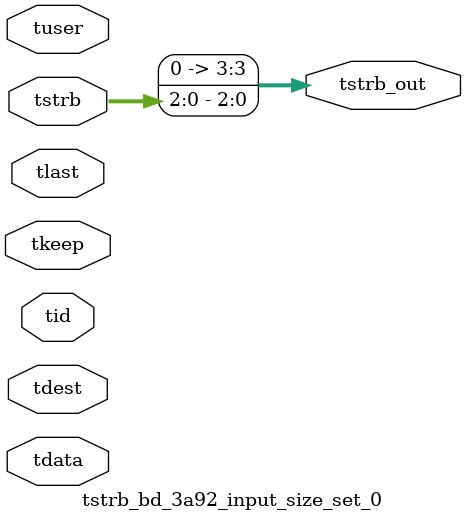
<source format=v>


`timescale 1ps/1ps

module tstrb_bd_3a92_input_size_set_0 #
(
parameter C_S_AXIS_TDATA_WIDTH = 32,
parameter C_S_AXIS_TUSER_WIDTH = 0,
parameter C_S_AXIS_TID_WIDTH   = 0,
parameter C_S_AXIS_TDEST_WIDTH = 0,
parameter C_M_AXIS_TDATA_WIDTH = 32
)
(
input  [(C_S_AXIS_TDATA_WIDTH == 0 ? 1 : C_S_AXIS_TDATA_WIDTH)-1:0     ] tdata,
input  [(C_S_AXIS_TUSER_WIDTH == 0 ? 1 : C_S_AXIS_TUSER_WIDTH)-1:0     ] tuser,
input  [(C_S_AXIS_TID_WIDTH   == 0 ? 1 : C_S_AXIS_TID_WIDTH)-1:0       ] tid,
input  [(C_S_AXIS_TDEST_WIDTH == 0 ? 1 : C_S_AXIS_TDEST_WIDTH)-1:0     ] tdest,
input  [(C_S_AXIS_TDATA_WIDTH/8)-1:0 ] tkeep,
input  [(C_S_AXIS_TDATA_WIDTH/8)-1:0 ] tstrb,
input                                                                    tlast,
output [(C_M_AXIS_TDATA_WIDTH/8)-1:0 ] tstrb_out
);

assign tstrb_out = {tstrb[2:0]};

endmodule


</source>
